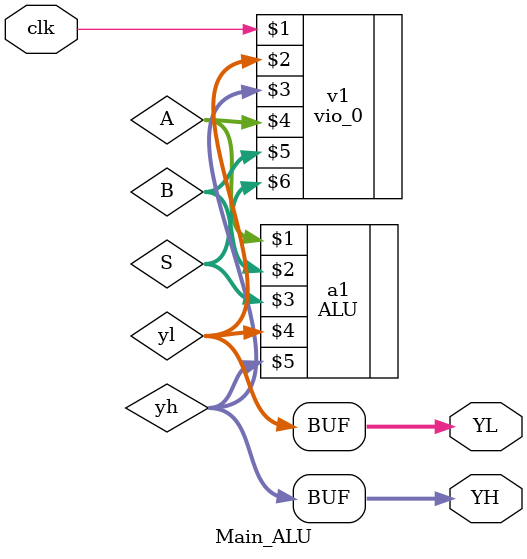
<source format=v>
`timescale 1ns / 1ps


module Main_ALU(
  input clk,
  output [7:0]YL,
  output [7:0]YH
    );
    wire [7:0]A,B;
    wire [7:0] yl,yh;
    wire [2:0]S;
    ALU a1(A,B,S,yl,yh);
    vio_0 v1(clk,yl,yh,A,B,S);
    assign YL= yl;
    assign YH= yh;
  
endmodule

</source>
